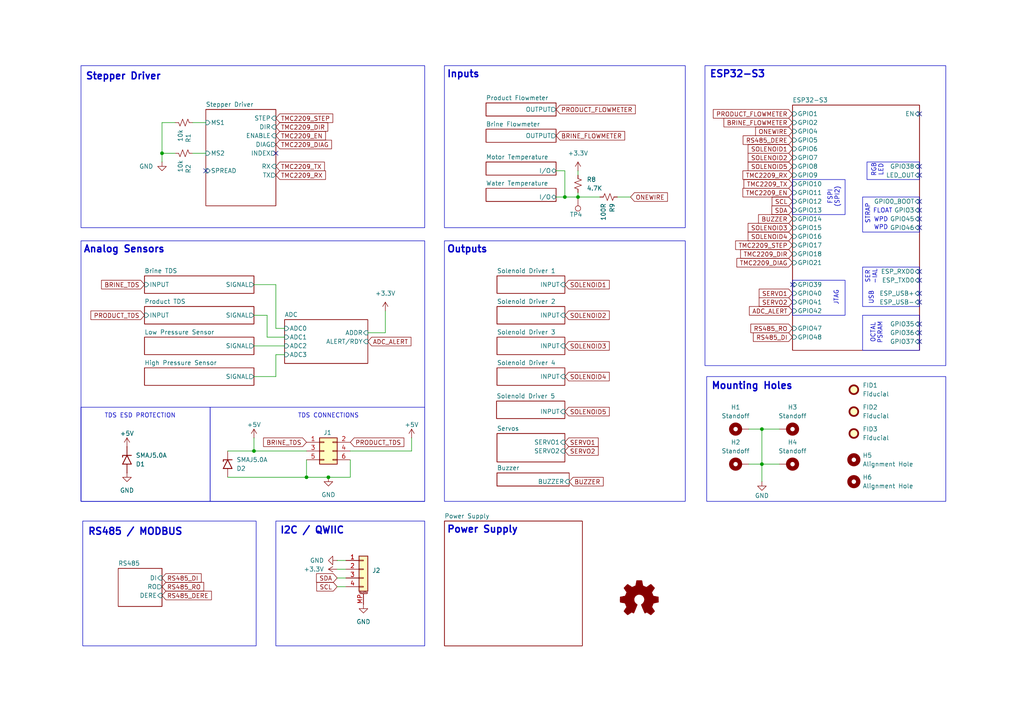
<source format=kicad_sch>
(kicad_sch (version 20250114) (generator "eeschema") (generator_version "9.0")
  (paper "A4")
  (title_block (title "https://github.com/hoeken/brineomatic") (date "2026-01-06") (rev "D"))
  (lib_symbols
    (symbol "Connector:TestPoint" (pin_numbers (hide yes)) (pin_names (offset 0.762) (hide yes))
      (property "Reference" "TP" (at 0 6.858 0))
      (property "Value" "TestPoint" (at 0 5.08 0))
      (symbol "TestPoint_0_1"
        (circle (center 0 3.302) (radius 0.762))
      )
      (symbol "TestPoint_1_1"
        (pin passive line (at 0 0 90) (length 2.54) (name "1") (number "1"))
      )
    )
    (symbol "Connector_Generic:Conn_02x03_Odd_Even" (pin_names (offset 1.016) (hide yes))
      (property "Reference" "J" (at 1.27 5.08 0))
      (property "Value" "Conn_02x03_Odd_Even" (at 1.27 -5.08 0))
      (symbol "Conn_02x03_Odd_Even_1_1"
        (rectangle (start -1.27 3.81) (end 3.81 -3.81) (stroke (width 0.254)) (fill (type background)))
        (rectangle (start -1.27 2.667) (end 0 2.413) (stroke (width 0.1524)))
        (rectangle (start -1.27 0.127) (end 0 -0.127) (stroke (width 0.1524)))
        (rectangle (start -1.27 -2.413) (end 0 -2.667) (stroke (width 0.1524)))
        (rectangle (start 3.81 2.667) (end 2.54 2.413) (stroke (width 0.1524)))
        (rectangle (start 3.81 0.127) (end 2.54 -0.127) (stroke (width 0.1524)))
        (rectangle (start 3.81 -2.413) (end 2.54 -2.667) (stroke (width 0.1524)))
        (pin passive line (at -5.08 2.54 0) (length 3.81) (name "Pin_1") (number "1"))
        (pin passive line (at -5.08 0 0) (length 3.81) (name "Pin_3") (number "3"))
        (pin passive line (at -5.08 -2.54 0) (length 3.81) (name "Pin_5") (number "5"))
        (pin passive line (at 7.62 2.54 180) (length 3.81) (name "Pin_2") (number "2"))
        (pin passive line (at 7.62 0 180) (length 3.81) (name "Pin_4") (number "4"))
        (pin passive line (at 7.62 -2.54 180) (length 3.81) (name "Pin_6") (number "6"))
      )
    )
    (symbol "Connector_Generic_MountingPin:Conn_01x04_MountingPin" (pin_names (offset 1.016) (hide yes))
      (property "Reference" "J" (at 0 5.08 0))
      (property "Value" "Conn_01x04_MountingPin" (at 1.27 -7.62 0))
      (symbol "Conn_01x04_MountingPin_1_1"
        (rectangle (start -1.27 3.81) (end 1.27 -6.35) (stroke (width 0.254)) (fill (type background)))
        (rectangle (start -1.27 2.667) (end 0 2.413) (stroke (width 0.1524)))
        (rectangle (start -1.27 0.127) (end 0 -0.127) (stroke (width 0.1524)))
        (rectangle (start -1.27 -2.413) (end 0 -2.667) (stroke (width 0.1524)))
        (rectangle (start -1.27 -4.953) (end 0 -5.207) (stroke (width 0.1524)))
        (polyline (pts (xy -1.016 -7.112) (xy 1.016 -7.112)) (stroke (width 0.1524)))
        (text "Mounting" (at 0 -6.731 0) (effects (font (size 0.381 0.381))))
        (pin passive line (at -5.08 2.54 0) (length 3.81) (name "Pin_1") (number "1"))
        (pin passive line (at -5.08 0 0) (length 3.81) (name "Pin_2") (number "2"))
        (pin passive line (at -5.08 -2.54 0) (length 3.81) (name "Pin_3") (number "3"))
        (pin passive line (at -5.08 -5.08 0) (length 3.81) (name "Pin_4") (number "4"))
        (pin passive line (at 0 -10.16 90) (length 3.048) (name "MountPin") (number "MP"))
      )
    )
    (symbol "Device:R_Small_US" (pin_numbers (hide yes)) (pin_names (offset 0.254) (hide yes))
      (property "Reference" "R" (at 0.762 0.508 0))
      (property "Value" "R_Small_US" (at 0.762 -1.016 0))
      (symbol "R_Small_US_1_1"
        (polyline (pts (xy 0 1.524) (xy 1.016 1.143) (xy 0 0.762) (xy -1.016 0.381) (xy 0 0)))
        (polyline (pts (xy 0 0) (xy 1.016 -0.381) (xy 0 -0.762) (xy -1.016 -1.143) (xy 0 -1.524)))
        (pin passive line (at 0 2.54 270) (length 1.016) (name "~") (number "1"))
        (pin passive line (at 0 -2.54 90) (length 1.016) (name "~") (number "2"))
      )
    )
    (symbol "Diode:SMAJ5.0A" (pin_numbers (hide yes)) (pin_names (offset 1.016) (hide yes))
      (property "Reference" "D" (at 0 2.54 0))
      (property "Value" "SMAJ5.0A" (at 0 -2.54 0))
      (symbol "SMAJ5.0A_0_1"
        (polyline (pts (xy -0.762 1.27) (xy -1.27 1.27) (xy -1.27 -1.27)) (stroke (width 0.254)))
        (polyline (pts (xy 1.27 1.27) (xy 1.27 -1.27) (xy -1.27 0) (xy 1.27 1.27)) (stroke (width 0.254)))
      )
      (symbol "SMAJ5.0A_1_1"
        (pin passive line (at -3.81 0 0) (length 2.54) (name "A1") (number "1"))
        (pin passive line (at 3.81 0 180) (length 2.54) (name "A2") (number "2"))
      )
    )
    (symbol "Graphic:Logo_Open_Hardware_Small" (in_bom no) (on_board no)
      (symbol "Logo_Open_Hardware_Small_0_1"
        (polyline (pts (xy 3.3528 -4.3434) (xy 3.302 -4.318) (xy 3.175 -4.2418) (xy 2.9972 -4.1148) (xy 2.7686 -3.9624) (xy 2.54 -3.81) (xy 2.3622 -3.7084) (xy 2.2352 -3.6068) (xy 2.1844 -3.5814) (xy 2.159 -3.6068) (xy 2.0574 -3.6576) (xy 1.905 -3.7338) (xy 1.8034 -3.7846) (xy 1.6764 -3.8354) (xy 1.6002 -3.8354) (xy 1.6002 -3.8354) (xy 1.5494 -3.7338) (xy 1.4732 -3.5306) (xy 1.3462 -3.302) (xy 1.2446 -3.0226) (xy 1.1176 -2.7178) (xy 0.9652 -2.413) (xy 0.8636 -2.1082) (xy 0.7366 -1.8288) (xy 0.6604 -1.6256) (xy 0.6096 -1.4732) (xy 0.5842 -1.397) (xy 0.5842 -1.397) (xy 0.6604 -1.3208) (xy 0.7874 -1.2446) (xy 1.0414 -1.016) (xy 1.2954 -0.6858) (xy 1.4478 -0.3302) (xy 1.524 0.0762) (xy 1.4732 0.4572) (xy 1.3208 0.8128) (xy 1.0668 1.143) (xy 0.762 1.3716) (xy 0.4064 1.524) (xy 0 1.5748) (xy -0.381 1.5494) (xy -0.7366 1.397) (xy -1.0668 1.143) (xy -1.2192 0.9906) (xy -1.397 0.6604) (xy -1.524 0.3048) (xy -1.524 0.2286) (xy -1.4986 -0.1778) (xy -1.397 -0.5334) (xy -1.1938 -0.8636) (xy -0.9144 -1.143) (xy -0.8636 -1.1684) (xy -0.7366 -1.27) (xy -0.635 -1.3462) (xy -0.5842 -1.397) (xy -1.0668 -2.5908) (xy -1.143 -2.794) (xy -1.2954 -3.1242) (xy -1.397 -3.4036) (xy -1.4986 -3.6322) (xy -1.5748 -3.7846) (xy -1.6002 -3.8354) (xy -1.6002 -3.8354) (xy -1.651 -3.8354) (xy -1.7272 -3.81) (xy -1.905 -3.7338) (xy -2.0066 -3.683) (xy -2.1336 -3.6068) (xy -2.2098 -3.5814) (xy -2.2606 -3.6068) (xy -2.3622 -3.683) (xy -2.54 -3.81) (xy -2.7686 -3.9624) (xy -2.9718 -4.0894) (xy -3.1496 -4.2164) (xy -3.302 -4.318) (xy -3.3528 -4.3434) (xy -3.3782 -4.3434) (xy -3.429 -4.318) (xy -3.5306 -4.2164) (xy -3.7084 -4.064) (xy -3.937 -3.8354) (xy -3.9624 -3.81) (xy -4.1656 -3.6068) (xy -4.318 -3.4544) (xy -4.4196 -3.3274) (xy -4.445 -3.2766) (xy -4.445 -3.2766) (xy -4.4196 -3.2258) (xy -4.318 -3.0734) (xy -4.2164 -2.8956) (xy -4.064 -2.667) (xy -3.6576 -2.0828) (xy -3.8862 -1.5494) (xy -3.937 -1.3716) (xy -4.0386 -1.1684) (xy -4.0894 -1.0414) (xy -4.1148 -0.9652) (xy -4.191 -0.9398) (xy -4.318 -0.9144) (xy -4.5466 -0.8636) (xy -4.8006 -0.8128) (xy -5.0546 -0.7874) (xy -5.2578 -0.7366) (xy -5.4356 -0.7112) (xy -5.5118 -0.6858) (xy -5.5118 -0.6858) (xy -5.5372 -0.635) (xy -5.5372 -0.5588) (xy -5.5372 -0.4318) (xy -5.5626 -0.2286) (xy -5.5626 0.0762) (xy -5.5626 0.127) (xy -5.5372 0.4064) (xy -5.5372 0.635) (xy -5.5372 0.762) (xy -5.5372 0.8382) (xy -5.5372 0.8382) (xy -5.461 0.8382) (xy -5.3086 0.889) (xy -5.08 0.9144) (xy -4.826 0.9652) (xy -4.8006 0.9906) (xy -4.5466 1.0414) (xy -4.318 1.0668) (xy -4.1656 1.1176) (xy -4.0894 1.143) (xy -4.0894 1.143) (xy -4.0386 1.2446) (xy -3.9624 1.4224) (xy -3.8608 1.6256) (xy -3.7846 1.8288) (xy -3.7084 2.0066) (xy -3.6576 2.159) (xy -3.6322 2.2098) (xy -3.6322 2.2098) (xy -3.683 2.286) (xy -3.7592 2.413) (xy -3.8862 2.5908) (xy -4.064 2.8194) (xy -4.064 2.8448) (xy -4.2164 3.0734) (xy -4.3434 3.2512) (xy -4.4196 3.3782) (xy -4.445 3.4544) (xy -4.445 3.4544) (xy -4.3942 3.5052) (xy -4.2926 3.6322) (xy -4.1148 3.81) (xy -3.937 4.0132) (xy -3.8608 4.064) (xy -3.6576 4.2926) (xy -3.5052 4.4196) (xy -3.4036 4.4958) (xy -3.3528 4.5212) (xy -3.3528 4.5212) (xy -3.302 4.4704) (xy -3.1496 4.3688) (xy -2.9718 4.2418) (xy -2.7432 4.0894) (xy -2.7178 4.0894) (xy -2.4892 3.937) (xy -2.3114 3.81) (xy -2.1844 3.7084) (xy -2.1336 3.683) (xy -2.1082 3.683) (xy -2.032 3.7084) (xy -1.8542 3.7592) (xy -1.6764 3.8354) (xy -1.4732 3.937) (xy -1.27 4.0132) (xy -1.143 4.064) (xy -1.0668 4.1148) (xy -1.0668 4.1148) (xy -1.0414 4.191) (xy -1.016 4.3434) (xy -0.9652 4.572) (xy -0.9144 4.8514) (xy -0.889 4.9022) (xy -0.8382 5.1562) (xy -0.8128 5.3848) (xy -0.7874 5.5372) (xy -0.762 5.588) (xy -0.7112 5.6134) (xy -0.5842 5.6134) (xy -0.4064 5.6134) (xy -0.1524 5.6134) (xy 0.0762 5.6134) (xy 0.3302 5.6134) (xy 0.5334 5.6134) (xy 0.6858 5.588) (xy 0.7366 5.588) (xy 0.7366 5.588) (xy 0.762 5.5118) (xy 0.8128 5.334) (xy 0.8382 5.1054) (xy 0.9144 4.826) (xy 0.9144 4.7752) (xy 0.9652 4.5212) (xy 1.016 4.2926) (xy 1.0414 4.1402) (xy 1.0668 4.0894) (xy 1.0668 4.0894) (xy 1.1938 4.0386) (xy 1.3716 3.9624) (xy 1.5748 3.8608) (xy 2.0828 3.6576) (xy 2.7178 4.0894) (xy 2.7686 4.1402) (xy 2.9972 4.2926) (xy 3.175 4.4196) (xy 3.302 4.4958) (xy 3.3782 4.5212) (xy 3.3782 4.5212) (xy 3.429 4.4704) (xy 3.556 4.3434) (xy 3.7338 4.191) (xy 3.9116 3.9878) (xy 4.064 3.8354) (xy 4.2418 3.6576) (xy 4.3434 3.556) (xy 4.4196 3.4798) (xy 4.4196 3.429) (xy 4.4196 3.4036) (xy 4.3942 3.3274) (xy 4.2926 3.2004) (xy 4.1656 2.9972) (xy 4.0132 2.794) (xy 3.8862 2.5908) (xy 3.7592 2.3876) (xy 3.6576 2.2352) (xy 3.6322 2.159) (xy 3.6322 2.1336) (xy 3.683 2.0066) (xy 3.7592 1.8288) (xy 3.8608 1.6002) (xy 4.064 1.1176) (xy 4.3942 1.0414) (xy 4.5974 1.016) (xy 4.8768 0.9652) (xy 5.1308 0.9144) (xy 5.5372 0.8382) (xy 5.5626 -0.6604) (xy 5.4864 -0.6858) (xy 5.4356 -0.6858) (xy 5.2832 -0.7366) (xy 5.0546 -0.762) (xy 4.8006 -0.8128) (xy 4.5974 -0.8636) (xy 4.3688 -0.9144) (xy 4.2164 -0.9398) (xy 4.1402 -0.9398) (xy 4.1148 -0.9652) (xy 4.064 -1.0668) (xy 3.9878 -1.2446) (xy 3.9116 -1.4478) (xy 3.81 -1.651) (xy 3.7338 -1.8542) (xy 3.683 -2.0066) (xy 3.6576 -2.0828) (xy 3.683 -2.1336) (xy 3.7846 -2.2606) (xy 3.8862 -2.4638) (xy 4.0386 -2.667) (xy 4.191 -2.8956) (xy 4.318 -3.0734) (xy 4.3942 -3.2004) (xy 4.445 -3.2766) (xy 4.4196 -3.3274) (xy 4.3434 -3.429) (xy 4.1656 -3.5814) (xy 3.937 -3.8354) (xy 3.8862 -3.8608) (xy 3.683 -4.064) (xy 3.5306 -4.2164) (xy 3.4036 -4.318) (xy 3.3528 -4.3434)) (fill (type outline)))
      )
    )
    (symbol "Mechanical:Fiducial" (in_bom no)
      (property "Reference" "FID" (at 0 5.08 0))
      (property "Value" "Fiducial" (at 0 3.175 0))
      (symbol "Fiducial_0_1"
        (circle (center 0 0) (radius 1.27) (stroke (width 0.508)) (fill (type background)))
      )
    )
    (symbol "Mechanical:MountingHole" (pin_names (offset 1.016)) (in_bom no)
      (property "Reference" "H" (at 0 5.08 0))
      (property "Value" "MountingHole" (at 0 3.175 0))
      (symbol "MountingHole_0_1"
        (circle (center 0 0) (radius 1.27) (stroke (width 1.27)))
      )
    )
    (symbol "Mechanical:MountingHole_Pad" (pin_numbers (hide yes)) (pin_names (offset 1.016) (hide yes))
      (property "Reference" "H" (at 0 6.35 0))
      (property "Value" "MountingHole_Pad" (at 0 4.445 0))
      (symbol "MountingHole_Pad_0_1"
        (circle (center 0 1.27) (radius 1.27) (stroke (width 1.27)))
      )
      (symbol "MountingHole_Pad_1_1"
        (pin input line (at 0 -2.54 90) (length 2.54) (name "1") (number "1"))
      )
    )
    (symbol "power:+3.3V" (power) (pin_numbers (hide yes)) (pin_names (offset 0) (hide yes))
      (property "Value" "+3.3V" (at 0 3.556 0))
      (symbol "+3.3V_0_1"
        (polyline (pts (xy -0.762 1.27) (xy 0 2.54)))
        (polyline (pts (xy 0 2.54) (xy 0.762 1.27)))
        (polyline (pts (xy 0 0) (xy 0 2.54)))
      )
      (symbol "+3.3V_1_1"
        (pin power_in line (at 0 0 90) (length 0) (name "~") (number "1"))
      )
    )
    (symbol "power:+5V" (power) (pin_numbers (hide yes)) (pin_names (offset 0) (hide yes))
      (property "Value" "+5V" (at 0 3.556 0))
      (symbol "+5V_0_1"
        (polyline (pts (xy -0.762 1.27) (xy 0 2.54)))
        (polyline (pts (xy 0 2.54) (xy 0.762 1.27)))
        (polyline (pts (xy 0 0) (xy 0 2.54)))
      )
      (symbol "+5V_1_1"
        (pin power_in line (at 0 0 90) (length 0) (name "~") (number "1"))
      )
    )
    (symbol "power:GND" (power) (pin_numbers (hide yes)) (pin_names (offset 0) (hide yes))
      (property "Value" "GND" (at 0 -3.81 0))
      (symbol "GND_0_1"
        (polyline (pts (xy 0 0) (xy 0 -1.27) (xy 1.27 -1.27) (xy 0 -2.54) (xy -1.27 -1.27) (xy 0 -1.27)))
      )
      (symbol "GND_1_1"
        (pin power_in line (at 0 0 270) (length 0) (name "~") (number "1"))
      )
    )
  )
  (rectangle (start 128.905 69.85) (end 198.755 145.415))
  (rectangle (start 250.19 91.44) (end 266.7 101.6))
  (rectangle (start 229.87 81.28) (end 245.11 91.44))
  (rectangle (start 229.87 52.07) (end 245.11 62.23))
  (rectangle (start 80.01 151.13) (end 123.19 187.325))
  (rectangle (start 204.47 19.05) (end 274.32 106.045))
  (rectangle (start 204.978 109.22) (end 274.32 145.415))
  (rectangle (start 23.495 69.85) (end 123.19 145.415))
  (rectangle (start 24.003 151.13) (end 74.295 187.325))
  (rectangle (start 23.495 19.05) (end 123.19 66.04))
  (rectangle (start 250.19 77.47) (end 266.7 88.9))
  (rectangle (start 60.96 118.11) (end 123.19 145.415))
  (rectangle (start 250.19 57.15) (end 266.7 67.31))
  (rectangle (start 266.7 52.07) (end 251.46 46.99))
  (rectangle (start 128.905 19.05) (end 198.755 66.04))
  (rectangle (start 23.495 118.11) (end 60.96 145.415))
  (text "USB" (at 252.73 86.36 90) (effects (font (size 1.27 1.27))))
  (text "STRAP" (at 251.714 61.976 90) (effects (font (size 1.27 1.27))))
  (text "FSPI\n(SPI2)" (at 241.808 57.15 90) (effects (font (size 1.27 1.27))))
  (text "WPD" (at 255.524 63.754 0) (effects (font (size 1.27 1.27))))
  (text "RGB\nLED" (at 254.508 49.276 90) (effects (font (size 1.27 1.27))))
  (text "Inputs" (at 129.54 21.59 0) (effects (font (size 2 2) (thickness 0.4) (bold yes)) (justify left)))
  (text "Analog Sensors" (at 24.13 72.39 0) (effects (font (size 2 2) (thickness 0.4) (bold yes)) (justify left)))
  (text "ESP32-S3" (at 205.74 21.59 0) (effects (font (size 2 2) (thickness 0.4) (bold yes)) (justify left)))
  (text "Outputs" (at 129.54 72.39 0) (effects (font (size 2 2) (thickness 0.4) (bold yes)) (justify left)))
  (text "Power Supply" (at 129.54 153.67 0) (effects (font (size 2 2) (thickness 0.4) (bold yes)) (justify left)))
  (text "FLOAT" (at 256.032 61.214 0) (effects (font (size 1.27 1.27))))
  (text "OCTAL\nPSRAM" (at 254.254 96.52 90) (effects (font (size 1.27 1.27))))
  (text "RS485 / MODBUS" (at 25.4 154.305 0) (effects (font (size 2 2) (thickness 0.4) (bold yes)) (justify left)))
  (text "WPD" (at 255.524 66.04 0) (effects (font (size 1.27 1.27))))
  (text "Stepper Driver" (at 24.765 22.225 0) (effects (font (size 2 2) (thickness 0.4) (bold yes)) (justify left)))
  (text "I2C / QWIIC" (at 81.153 153.924 0) (effects (font (size 2 2) (thickness 0.4) (bold yes)) (justify left)))
  (text "TDS ESD PROTECTION" (at 40.64 120.65 0) (effects (font (size 1.27 1.27))))
  (text "TDS CONNECTIONS" (at 95.25 120.65 0) (effects (font (size 1.27 1.27))))
  (text "Mounting Holes" (at 206.248 112.014 0) (effects (font (size 2 2) (thickness 0.4) (bold yes)) (justify left)))
  (text "JTAG" (at 242.57 86.36 90) (effects (font (size 1.27 1.27))))
  (text "SER\n-IAL" (at 252.73 80.264 90) (effects (font (size 1.27 1.27))))
  (junction (at 220.98 134.62))
  (junction (at 220.98 124.46))
  (junction (at 73.66 130.81))
  (junction (at 46.99 44.45))
  (junction (at 88.9 138.43))
  (junction (at 167.64 57.15))
  (junction (at 163.83 57.15))
  (junction (at 95.25 138.43))
  (no_connect (at 266.7 81.28))
  (no_connect (at 266.7 99.06))
  (no_connect (at 266.7 58.42))
  (no_connect (at 266.7 60.96))
  (no_connect (at 266.7 85.09))
  (no_connect (at 80.01 44.45))
  (no_connect (at 266.7 93.98))
  (no_connect (at 229.87 82.55))
  (no_connect (at 266.7 48.26))
  (no_connect (at 266.7 78.74))
  (no_connect (at 266.7 66.04))
  (no_connect (at 59.69 49.53))
  (no_connect (at 266.7 33.02))
  (no_connect (at 266.7 50.8))
  (no_connect (at 266.7 96.52))
  (no_connect (at 266.7 63.5))
  (no_connect (at 266.7 87.63))
  (wire (pts (xy 77.47 97.79) (xy 77.47 91.44)))
  (wire (pts (xy 88.9 138.43) (xy 95.25 138.43)))
  (wire (pts (xy 73.66 100.33) (xy 82.55 100.33)))
  (wire (pts (xy 46.99 44.45) (xy 50.8 44.45)))
  (wire (pts (xy 80.01 102.87) (xy 80.01 109.22)))
  (wire (pts (xy 97.79 167.64) (xy 100.33 167.64)))
  (wire (pts (xy 59.69 35.56) (xy 55.88 35.56)))
  (wire (pts (xy 80.01 95.25) (xy 80.01 82.55)))
  (wire (pts (xy 80.01 82.55) (xy 73.66 82.55)))
  (wire (pts (xy 66.04 130.81) (xy 73.66 130.81)))
  (wire (pts (xy 88.9 130.81) (xy 73.66 130.81)))
  (wire (pts (xy 167.64 50.8) (xy 167.64 49.53)))
  (wire (pts (xy 119.38 130.81) (xy 119.38 127)))
  (wire (pts (xy 217.17 134.62) (xy 220.98 134.62)))
  (wire (pts (xy 226.06 124.46) (xy 220.98 124.46)))
  (wire (pts (xy 226.06 134.62) (xy 220.98 134.62)))
  (wire (pts (xy 161.29 57.15) (xy 163.83 57.15)))
  (wire (pts (xy 163.83 49.53) (xy 163.83 57.15)))
  (wire (pts (xy 95.25 138.43) (xy 101.6 138.43)))
  (wire (pts (xy 100.33 165.1) (xy 97.79 165.1)))
  (wire (pts (xy 97.79 170.18) (xy 100.33 170.18)))
  (wire (pts (xy 59.69 44.45) (xy 55.88 44.45)))
  (wire (pts (xy 88.9 133.35) (xy 88.9 138.43)))
  (wire (pts (xy 111.76 96.52) (xy 111.76 90.17)))
  (wire (pts (xy 161.29 49.53) (xy 163.83 49.53)))
  (wire (pts (xy 46.99 46.99) (xy 46.99 44.45)))
  (wire (pts (xy 101.6 138.43) (xy 101.6 133.35)))
  (wire (pts (xy 101.6 130.81) (xy 119.38 130.81)))
  (wire (pts (xy 163.83 57.15) (xy 167.64 57.15)))
  (wire (pts (xy 82.55 95.25) (xy 80.01 95.25)))
  (wire (pts (xy 100.33 162.56) (xy 97.79 162.56)))
  (wire (pts (xy 179.07 57.15) (xy 182.88 57.15)))
  (wire (pts (xy 167.64 57.15) (xy 173.99 57.15)))
  (wire (pts (xy 77.47 91.44) (xy 73.66 91.44)))
  (wire (pts (xy 80.01 109.22) (xy 73.66 109.22)))
  (wire (pts (xy 106.68 96.52) (xy 111.76 96.52)))
  (wire (pts (xy 167.64 55.88) (xy 167.64 57.15)))
  (wire (pts (xy 73.66 127) (xy 73.66 130.81)))
  (wire (pts (xy 217.17 124.46) (xy 220.98 124.46)))
  (wire (pts (xy 80.01 102.87) (xy 82.55 102.87)))
  (wire (pts (xy 220.98 124.46) (xy 220.98 134.62)))
  (wire (pts (xy 220.98 134.62) (xy 220.98 139.7)))
  (wire (pts (xy 46.99 35.56) (xy 50.8 35.56)))
  (wire (pts (xy 77.47 97.79) (xy 82.55 97.79)))
  (wire (pts (xy 46.99 35.56) (xy 46.99 44.45)))
  (wire (pts (xy 66.04 138.43) (xy 88.9 138.43)))
  (global_label "RS485_DI" (shape input) (at 46.99 167.64 0) (property "Intersheetrefs" "${INTERSHEET_REFS}" (effects (hide yes))))
  (global_label "TMC2209_DIAG" (shape input) (at 229.87 76.2 180) (property "Intersheetrefs" "${INTERSHEET_REFS}" (effects (hide yes))))
  (global_label "RS485_DERE" (shape input) (at 229.87 40.64 180) (property "Intersheetrefs" "${INTERSHEET_REFS}" (effects (hide yes))))
  (global_label "SOLENOID3" (shape input) (at 229.87 66.04 180) (property "Intersheetrefs" "${INTERSHEET_REFS}" (effects (hide yes))))
  (global_label "BRINE_FLOWMETER" (shape input) (at 161.29 39.37 0) (property "Intersheetrefs" "${INTERSHEET_REFS}" (effects (hide yes))))
  (global_label "TMC2209_STEP" (shape input) (at 229.87 71.12 180) (property "Intersheetrefs" "${INTERSHEET_REFS}" (effects (hide yes))))
  (global_label "ADC_ALERT" (shape input) (at 229.87 90.17 180) (property "Intersheetrefs" "${INTERSHEET_REFS}" (effects (hide yes))))
  (global_label "BRINE_TDS" (shape input) (at 88.9 128.27 180) (property "Intersheetrefs" "${INTERSHEET_REFS}" (effects (hide yes))))
  (global_label "SDA" (shape input) (at 97.79 167.64 180) (property "Intersheetrefs" "${INTERSHEET_REFS}" (effects (hide yes))))
  (global_label "TMC2209_DIAG" (shape input) (at 80.01 41.91 0) (property "Intersheetrefs" "${INTERSHEET_REFS}" (effects (hide yes))))
  (global_label "TMC2209_RX" (shape input) (at 80.01 50.8 0) (property "Intersheetrefs" "${INTERSHEET_REFS}" (effects (hide yes))))
  (global_label "PRODUCT_FLOWMETER" (shape input) (at 161.29 31.75 0) (property "Intersheetrefs" "${INTERSHEET_REFS}" (effects (hide yes))))
  (global_label "ADC_ALERT" (shape input) (at 106.68 99.06 0) (property "Intersheetrefs" "${INTERSHEET_REFS}" (effects (hide yes))))
  (global_label "PRODUCT_FLOWMETER" (shape input) (at 229.87 33.02 180) (property "Intersheetrefs" "${INTERSHEET_REFS}" (effects (hide yes))))
  (global_label "SOLENOID2" (shape input) (at 163.83 91.44 0) (property "Intersheetrefs" "${INTERSHEET_REFS}" (effects (hide yes))))
  (global_label "SDA" (shape input) (at 229.87 60.96 180) (property "Intersheetrefs" "${INTERSHEET_REFS}" (effects (hide yes))))
  (global_label "TMC2209_EN" (shape input) (at 229.87 55.88 180) (property "Intersheetrefs" "${INTERSHEET_REFS}" (effects (hide yes))))
  (global_label "SOLENOID1" (shape input) (at 163.83 82.55 0) (property "Intersheetrefs" "${INTERSHEET_REFS}" (effects (hide yes))))
  (global_label "SOLENOID4" (shape input) (at 229.87 68.58 180) (property "Intersheetrefs" "${INTERSHEET_REFS}" (effects (hide yes))))
  (global_label "TMC2209_EN" (shape input) (at 80.01 39.37 0) (property "Intersheetrefs" "${INTERSHEET_REFS}" (effects (hide yes))))
  (global_label "BUZZER" (shape input) (at 165.1 139.7 0) (property "Intersheetrefs" "${INTERSHEET_REFS}" (effects (hide yes))))
  (global_label "SOLENOID1" (shape input) (at 229.87 43.18 180) (property "Intersheetrefs" "${INTERSHEET_REFS}" (effects (hide yes))))
  (global_label "SOLENOID4" (shape input) (at 163.83 109.22 0) (property "Intersheetrefs" "${INTERSHEET_REFS}" (effects (hide yes))))
  (global_label "SCL" (shape input) (at 229.87 58.42 180) (property "Intersheetrefs" "${INTERSHEET_REFS}" (effects (hide yes))))
  (global_label "RS485_RO" (shape input) (at 46.99 170.18 0) (property "Intersheetrefs" "${INTERSHEET_REFS}" (effects (hide yes))))
  (global_label "BUZZER" (shape input) (at 229.87 63.5 180) (property "Intersheetrefs" "${INTERSHEET_REFS}" (effects (hide yes))))
  (global_label "RS485_DI" (shape input) (at 229.87 97.79 180) (property "Intersheetrefs" "${INTERSHEET_REFS}" (effects (hide yes))))
  (global_label "SOLENOID5" (shape input) (at 163.83 119.38 0) (property "Intersheetrefs" "${INTERSHEET_REFS}" (effects (hide yes))))
  (global_label "SOLENOID3" (shape input) (at 163.83 100.33 0) (property "Intersheetrefs" "${INTERSHEET_REFS}" (effects (hide yes))))
  (global_label "SERVO2" (shape input) (at 229.87 87.63 180) (property "Intersheetrefs" "${INTERSHEET_REFS}" (effects (hide yes))))
  (global_label "ONEWIRE" (shape input) (at 229.87 38.1 180) (property "Intersheetrefs" "${INTERSHEET_REFS}" (effects (hide yes))))
  (global_label "TMC2209_RX" (shape input) (at 229.87 50.8 180) (property "Intersheetrefs" "${INTERSHEET_REFS}" (effects (hide yes))))
  (global_label "PRODUCT_TDS" (shape input) (at 101.6 128.27 0) (property "Intersheetrefs" "${INTERSHEET_REFS}" (effects (hide yes))))
  (global_label "SERVO1" (shape input) (at 163.83 128.27 0) (property "Intersheetrefs" "${INTERSHEET_REFS}" (effects (hide yes))))
  (global_label "BRINE_TDS" (shape input) (at 41.91 82.55 180) (property "Intersheetrefs" "${INTERSHEET_REFS}" (effects (hide yes))))
  (global_label "SOLENOID2" (shape input) (at 229.87 45.72 180) (property "Intersheetrefs" "${INTERSHEET_REFS}" (effects (hide yes))))
  (global_label "SCL" (shape input) (at 97.79 170.18 180) (property "Intersheetrefs" "${INTERSHEET_REFS}" (effects (hide yes))))
  (global_label "SERVO2" (shape input) (at 163.83 130.81 0) (property "Intersheetrefs" "${INTERSHEET_REFS}" (effects (hide yes))))
  (global_label "RS485_DERE" (shape input) (at 46.99 172.72 0) (property "Intersheetrefs" "${INTERSHEET_REFS}" (effects (hide yes))))
  (global_label "TMC2209_DIR" (shape input) (at 80.01 36.83 0) (property "Intersheetrefs" "${INTERSHEET_REFS}" (effects (hide yes))))
  (global_label "ONEWIRE" (shape input) (at 182.88 57.15 0) (property "Intersheetrefs" "${INTERSHEET_REFS}" (effects (hide yes))))
  (global_label "TMC2209_STEP" (shape input) (at 80.01 34.29 0) (property "Intersheetrefs" "${INTERSHEET_REFS}" (effects (hide yes))))
  (global_label "SOLENOID5" (shape input) (at 229.87 48.26 180) (property "Intersheetrefs" "${INTERSHEET_REFS}" (effects (hide yes))))
  (global_label "RS485_RO" (shape input) (at 229.87 95.25 180) (property "Intersheetrefs" "${INTERSHEET_REFS}" (effects (hide yes))))
  (global_label "BRINE_FLOWMETER" (shape input) (at 229.87 35.56 180) (property "Intersheetrefs" "${INTERSHEET_REFS}" (effects (hide yes))))
  (global_label "SERVO1" (shape input) (at 229.87 85.09 180) (property "Intersheetrefs" "${INTERSHEET_REFS}" (effects (hide yes))))
  (global_label "TMC2209_TX" (shape input) (at 229.87 53.34 180) (property "Intersheetrefs" "${INTERSHEET_REFS}" (effects (hide yes))))
  (global_label "TMC2209_TX" (shape input) (at 80.01 48.26 0) (property "Intersheetrefs" "${INTERSHEET_REFS}" (effects (hide yes))))
  (global_label "PRODUCT_TDS" (shape input) (at 41.91 91.44 180) (property "Intersheetrefs" "${INTERSHEET_REFS}" (effects (hide yes))))
  (global_label "TMC2209_DIR" (shape input) (at 229.87 73.66 180) (property "Intersheetrefs" "${INTERSHEET_REFS}" (effects (hide yes))))
  (symbol (lib_id "Mechanical:Fiducial") (at 247.65 125.73 0) (unit 1) (in_bom no)
    (property "Reference" "FID3" (at 250.19 124.4599 0) (effects (justify left)))
    (property "Value" "Fiducial" (at 250.19 126.9999 0) (effects (justify left)))
    (property "Footprint" "Fiducial:Fiducial_1mm_Mask2mm" (effects (hide yes)))
    (property "Description" "Fiducial Marker" (effects (hide yes)))
  )
  (symbol (lib_id "Device:R_Small_US") (at 176.53 57.15 90) (unit 1)
    (property "Reference" "R9" (at 177.546 58.928 0) (effects (justify right)))
    (property "Value" "100R" (at 175.006 58.928 0) (effects (justify right)))
    (property "Footprint" "Resistor_SMD:R_0603_1608Metric" (effects (hide yes)))
    (property "Description" "Resistor, small US symbol" (effects (hide yes)))
    (property "LCSC" "C22775" (effects (hide yes)))
  )
  (symbol (lib_id "Mechanical:Fiducial") (at 247.65 113.03 0) (unit 1) (in_bom no)
    (property "Reference" "FID1" (at 250.19 111.7599 0) (effects (justify left)))
    (property "Value" "Fiducial" (at 250.19 114.2999 0) (effects (justify left)))
    (property "Footprint" "Fiducial:Fiducial_1mm_Mask2mm" (effects (hide yes)))
    (property "Description" "Fiducial Marker" (effects (hide yes)))
  )
  (symbol (lib_id "power:+5V") (at 36.83 129.54 0) (unit 1)
    (property "Reference" "#PWR01" (effects (hide yes)))
    (property "Value" "+5V" (at 36.83 125.73 0))
    (property "Description" "Power symbol creates a global label with name \"+5V\"" (effects (hide yes)))
  )
  (symbol (lib_id "Graphic:Logo_Open_Hardware_Small") (at 185.42 173.99 0) (unit 1) (in_bom no)
    (property "Reference" "SYM1" (effects (hide yes)))
    (property "Value" "Logo_Open_Hardware_Small" (effects (hide yes)))
    (property "Footprint" "Symbol:OSHW-Logo_5.7x6mm_SilkScreen" (effects (hide yes)))
    (property "Description" "Open Hardware logo, small" (effects (hide yes)))
  )
  (symbol (lib_id "Device:R_Small_US") (at 53.34 35.56 270) (mirror x) (unit 1)
    (property "Reference" "R1" (at 54.61 41.402 0) (effects (justify left)))
    (property "Value" "10k" (at 52.324 41.148 0) (effects (justify left)))
    (property "Footprint" "Resistor_SMD:R_0603_1608Metric" (effects (hide yes)))
    (property "Description" "Resistor, small US symbol" (effects (hide yes)))
    (property "LCSC" "C25804" (effects (hide yes)))
  )
  (symbol (lib_id "Mechanical:MountingHole_Pad") (at 214.63 124.46 90) (unit 1)
    (property "Reference" "H1" (at 213.36 118.11 90))
    (property "Value" "Standoff" (at 213.36 120.65 90))
    (property "Footprint" "yarrboard:SMTSO30XXX" (effects (hide yes)))
    (property "LCSC" "C2916369" (effects (hide yes)))
  )
  (symbol (lib_id "Connector_Generic_MountingPin:Conn_01x04_MountingPin") (at 105.41 165.1 0) (unit 1)
    (property "Reference" "J2" (at 107.95 165.4555 0) (effects (justify left)))
    (property "Value" "Conn_01x04_MountingPin" (effects (hide yes)))
    (property "Footprint" "yarrboard:JST_SH_BM04B-SRSS-TB_1x04-1MP_P1.00mm_Vertical" (effects (hide yes)))
    (property "Description" "Generic connectable mounting pin connector, single row, 01x04, script generated (kicad-library-utils/schlib/autogen/connector/)" (effects (hide yes)))
    (property "LCSC" "C160390" (effects (hide yes)))
  )
  (symbol (lib_id "power:+3.3V") (at 97.79 165.1 90) (unit 1)
    (property "Reference" "#PWR07" (effects (hide yes)))
    (property "Value" "+3.3V" (at 93.98 165.0999 90) (effects (justify left)))
    (property "Description" "Power symbol creates a global label with name \"+3.3V\"" (effects (hide yes)))
  )
  (symbol (lib_id "power:+5V") (at 119.38 127 0) (unit 1)
    (property "Reference" "#PWR010" (effects (hide yes)))
    (property "Value" "+5V" (at 119.38 123.19 0))
    (property "Description" "Power symbol creates a global label with name \"+5V\"" (effects (hide yes)))
  )
  (symbol (lib_id "Connector:TestPoint") (at 167.64 57.15 180) (unit 1) (in_bom no)
    (property "Reference" "TP4" (at 168.91 62.23 0) (effects (justify left)))
    (property "Value" "TestPoint" (effects (hide yes)))
    (property "Footprint" "TestPoint:TestPoint_Pad_D1.5mm" (effects (hide yes)))
    (property "Description" "test point" (effects (hide yes)))
  )
  (symbol (lib_id "power:+3.3V") (at 167.64 49.53 0) (mirror y) (unit 1)
    (property "Reference" "#PWR075" (effects (hide yes)))
    (property "Value" "+3.3V" (at 167.64 44.45 0))
    (property "Description" "Power symbol creates a global label with name \"+3.3V\"" (effects (hide yes)))
  )
  (symbol (lib_id "power:GND") (at 46.99 46.99 0) (mirror y) (unit 1)
    (property "Reference" "#PWR03" (effects (hide yes)))
    (property "Value" "GND" (at 44.45 48.2599 0) (effects (justify left)))
    (property "Description" "Power symbol creates a global label with name \"GND\" , ground" (effects (hide yes)))
  )
  (symbol (lib_id "Diode:SMAJ5.0A") (at 66.04 134.62 90) (mirror x) (unit 1)
    (property "Reference" "D2" (at 68.58 135.89 90) (effects (justify right)))
    (property "Value" "SMAJ5.0A" (at 68.58 133.35 90) (effects (justify right)))
    (property "Footprint" "Diode_SMD:D_SMA" (effects (hide yes)))
    (property "Datasheet" "https://www.littelfuse.com/media?resourcetype=datasheets&itemid=75e32973-b177-4ee3-a0ff-cedaf1abdb93&filename=smaj-datasheet" (effects (hide yes)))
    (property "Description" "400W unidirectional Transient Voltage Suppressor, 5.0Vr, SMA(DO-214AC)" (effects (hide yes)))
    (property "LCSC" "C87074" (effects (hide yes)))
  )
  (symbol (lib_id "Device:R_Small_US") (at 167.64 53.34 180) (unit 1)
    (property "Reference" "R8" (at 170.18 52.0699 0) (effects (justify right)))
    (property "Value" "4.7K" (at 170.18 54.6099 0) (effects (justify right)))
    (property "Footprint" "Resistor_SMD:R_0603_1608Metric" (effects (hide yes)))
    (property "Description" "Resistor, small US symbol" (effects (hide yes)))
    (property "LCSC" " C23162" (effects (hide yes)))
  )
  (symbol (lib_id "Mechanical:MountingHole_Pad") (at 228.6 124.46 270) (mirror x) (unit 1)
    (property "Reference" "H3" (at 229.87 118.11 90))
    (property "Value" "Standoff" (at 229.87 120.65 90))
    (property "Footprint" "yarrboard:SMTSO30XXX" (effects (hide yes)))
    (property "LCSC" "C2916369" (effects (hide yes)))
  )
  (symbol (lib_id "power:GND") (at 95.25 138.43 0) (mirror y) (unit 1)
    (property "Reference" "#PWR05" (effects (hide yes)))
    (property "Value" "GND" (at 95.25 143.51 0))
    (property "Description" "Power symbol creates a global label with name \"GND\" , ground" (effects (hide yes)))
  )
  (symbol (lib_id "Mechanical:MountingHole_Pad") (at 214.63 134.62 90) (unit 1)
    (property "Reference" "H2" (at 213.36 128.27 90))
    (property "Value" "Standoff" (at 213.36 130.81 90))
    (property "Footprint" "yarrboard:SMTSO30XXX" (effects (hide yes)))
    (property "LCSC" "C2916369" (effects (hide yes)))
  )
  (symbol (lib_id "Mechanical:MountingHole") (at 247.65 133.35 0) (unit 1) (in_bom no)
    (property "Reference" "H5" (at 250.19 132.0799 0) (effects (justify left)))
    (property "Value" "Alignment Hole" (at 250.19 134.6199 0) (effects (justify left)))
    (property "Footprint" "MountingHole:MountingHole_2.2mm_M2" (effects (hide yes)))
    (property "Description" "Mounting Hole without connection" (effects (hide yes)))
  )
  (symbol (lib_id "power:GND") (at 220.98 139.7 0) (unit 1)
    (property "Reference" "#PWR011" (effects (hide yes)))
    (property "Value" "GND" (at 220.98 143.764 0))
    (property "Description" "Power symbol creates a global label with name \"GND\" , ground" (effects (hide yes)))
  )
  (symbol (lib_id "power:GND") (at 105.41 175.26 0) (unit 1)
    (property "Reference" "#PWR08" (effects (hide yes)))
    (property "Value" "GND" (at 105.41 180.34 0))
    (property "Description" "Power symbol creates a global label with name \"GND\" , ground" (effects (hide yes)))
  )
  (symbol (lib_id "Mechanical:MountingHole") (at 247.65 139.7 0) (unit 1) (in_bom no)
    (property "Reference" "H6" (at 250.19 138.4299 0) (effects (justify left)))
    (property "Value" "Alignment Hole" (at 250.19 140.9699 0) (effects (justify left)))
    (property "Footprint" "MountingHole:MountingHole_2.2mm_M2" (effects (hide yes)))
    (property "Description" "Mounting Hole without connection" (effects (hide yes)))
  )
  (symbol (lib_id "Connector_Generic:Conn_02x03_Odd_Even") (at 93.98 130.81 0) (unit 1)
    (property "Reference" "J1" (at 94.996 125.476 0))
    (property "Footprint" "Connector_PinHeader_2.54mm:PinHeader_2x03_P2.54mm_Horizontal" (effects (hide yes)))
    (property "Description" "Generic connector, double row, 02x03, odd/even pin numbering scheme (row 1 odd numbers, row 2 even numbers), script generated (kicad-library-utils/schlib/autogen/connector/)" (effects (hide yes)))
    (property "LCSC" "C239334" (effects (hide yes)))
    (property "Rotation Offset" "270" (effects (hide yes)))
  )
  (symbol (lib_id "Mechanical:Fiducial") (at 247.65 119.38 0) (unit 1) (in_bom no)
    (property "Reference" "FID2" (at 250.19 118.1099 0) (effects (justify left)))
    (property "Value" "Fiducial" (at 250.19 120.6499 0) (effects (justify left)))
    (property "Footprint" "Fiducial:Fiducial_1mm_Mask2mm" (effects (hide yes)))
    (property "Description" "Fiducial Marker" (effects (hide yes)))
  )
  (symbol (lib_id "power:+3.3V") (at 111.76 90.17 0) (mirror y) (unit 1)
    (property "Reference" "#PWR09" (effects (hide yes)))
    (property "Value" "+3.3V" (at 111.76 85.09 0))
    (property "Description" "Power symbol creates a global label with name \"+3.3V\"" (effects (hide yes)))
  )
  (symbol (lib_id "power:GND") (at 97.79 162.56 270) (unit 1)
    (property "Reference" "#PWR06" (effects (hide yes)))
    (property "Value" "GND" (at 93.98 162.5599 90) (effects (justify right)))
    (property "Description" "Power symbol creates a global label with name \"GND\" , ground" (effects (hide yes)))
  )
  (symbol (lib_id "power:GND") (at 36.83 137.16 0) (mirror y) (unit 1)
    (property "Reference" "#PWR02" (effects (hide yes)))
    (property "Value" "GND" (at 36.83 142.24 0))
    (property "Description" "Power symbol creates a global label with name \"GND\" , ground" (effects (hide yes)))
  )
  (symbol (lib_id "Mechanical:MountingHole_Pad") (at 228.6 134.62 270) (mirror x) (unit 1)
    (property "Reference" "H4" (at 229.87 128.27 90))
    (property "Value" "Standoff" (at 229.87 130.81 90))
    (property "Footprint" "yarrboard:SMTSO30XXX" (effects (hide yes)))
    (property "LCSC" "C2916369" (effects (hide yes)))
  )
  (symbol (lib_id "Diode:SMAJ5.0A") (at 36.83 133.35 90) (mirror x) (unit 1)
    (property "Reference" "D1" (at 39.37 134.62 90) (effects (justify right)))
    (property "Value" "SMAJ5.0A" (at 39.37 132.08 90) (effects (justify right)))
    (property "Footprint" "Diode_SMD:D_SMA" (effects (hide yes)))
    (property "Datasheet" "https://www.littelfuse.com/media?resourcetype=datasheets&itemid=75e32973-b177-4ee3-a0ff-cedaf1abdb93&filename=smaj-datasheet" (effects (hide yes)))
    (property "Description" "400W unidirectional Transient Voltage Suppressor, 5.0Vr, SMA(DO-214AC)" (effects (hide yes)))
    (property "LCSC" "C87074" (effects (hide yes)))
  )
  (symbol (lib_id "power:+5V") (at 73.66 127 0) (unit 1)
    (property "Reference" "#PWR04" (effects (hide yes)))
    (property "Value" "+5V" (at 73.66 123.19 0))
    (property "Description" "Power symbol creates a global label with name \"+5V\"" (effects (hide yes)))
  )
  (symbol (lib_id "Device:R_Small_US") (at 53.34 44.45 270) (mirror x) (unit 1)
    (property "Reference" "R2" (at 54.61 50.292 0) (effects (justify left)))
    (property "Value" "10k" (at 52.324 50.038 0) (effects (justify left)))
    (property "Footprint" "Resistor_SMD:R_0603_1608Metric" (effects (hide yes)))
    (property "Description" "Resistor, small US symbol" (effects (hide yes)))
    (property "LCSC" "C25804" (effects (hide yes)))
  )
  (sheet (at 144.145 125.73) (size 19.685 8.255) (stroke (width 0.1524))
    (property "Sheetname" "Servos" (at 144.145 125.0184 0) (effects (justify left bottom)))
    (property "Sheetfile" "servo.kicad_sch" (effects (hide yes)))
    (pin "SERVO1" input (at 163.83 128.27 0))
    (pin "SERVO2" input (at 163.83 130.81 0))
  )
  (sheet (at 59.69 31.75) (size 20.32 27.94) (stroke (width 0.1524))
    (property "Sheetname" "Stepper Driver" (at 59.69 31.0384 0) (effects (justify left bottom)))
    (property "Sheetfile" "tmc2209.kicad_sch" (effects (hide yes)))
    (pin "DIR" input (at 80.01 36.83 0))
    (pin "RX" input (at 80.01 48.26 0))
    (pin "STEP" input (at 80.01 34.29 0))
    (pin "TX" output (at 80.01 50.8 0))
    (pin "MS1" input (at 59.69 35.56 180))
    (pin "MS2" input (at 59.69 44.45 180))
    (pin "DIAG" output (at 80.01 41.91 0))
    (pin "ENABLE" input (at 80.01 39.37 0))
    (pin "INDEX" output (at 80.01 44.45 0))
    (pin "SPREAD" input (at 59.69 49.53 180))
  )
  (sheet (at 144.145 97.79) (size 19.685 5.08) (stroke (width 0.1524))
    (property "Sheetname" "Solenoid Driver 3" (at 144.145 97.0784 0) (effects (justify left bottom)))
    (property "Sheetfile" "solenoid_driver.kicad_sch" (effects (hide yes)))
    (pin "INPUT" input (at 163.83 100.33 0))
  )
  (sheet (at 41.91 88.9) (size 31.75 5.08) (stroke (width 0.1524))
    (property "Sheetname" "Product TDS" (at 41.91 88.1884 0) (effects (justify left bottom)))
    (property "Sheetfile" "tds.kicad_sch" (effects (hide yes)))
    (pin "SIGNAL" output (at 73.66 91.44 0))
    (pin "INPUT" input (at 41.91 91.44 180))
  )
  (sheet (at 144.018 116.332) (size 19.812 5.08) (stroke (width 0.1524))
    (property "Sheetname" "Solenoid Driver 5" (at 144.018 115.6204 0) (effects (justify left bottom)))
    (property "Sheetfile" "solenoid_driver.kicad_sch" (effects (hide yes)))
    (pin "INPUT" input (at 163.83 119.38 0))
  )
  (sheet (at 229.87 30.48) (size 36.83 71.12) (stroke (width 0.1524))
    (property "Sheetname" "ESP32-S3" (at 229.87 29.7684 0) (effects (justify left bottom)))
    (property "Sheetfile" "esp32-s3.kicad_sch" (effects (hide yes)))
    (pin "GPIO1" input (at 229.87 33.02 180))
    (pin "GPIO2" input (at 229.87 35.56 180))
    (pin "GPIO3" input (at 266.7 60.96 0))
    (pin "GPIO4" input (at 229.87 38.1 180))
    (pin "GPIO5" input (at 229.87 40.64 180))
    (pin "GPIO6" input (at 229.87 43.18 180))
    (pin "GPIO7" input (at 229.87 45.72 180))
    (pin "GPIO8" input (at 229.87 48.26 180))
    (pin "GPIO9" input (at 229.87 50.8 180))
    (pin "GPIO10" input (at 229.87 53.34 180))
    (pin "GPIO11" input (at 229.87 55.88 180))
    (pin "GPIO12" input (at 229.87 58.42 180))
    (pin "GPIO13" input (at 229.87 60.96 180))
    (pin "GPIO14" input (at 229.87 63.5 180))
    (pin "GPIO17" input (at 229.87 71.12 180))
    (pin "GPIO18" input (at 229.87 73.66 180))
    (pin "GPIO21" input (at 229.87 76.2 180))
    (pin "GPIO35" input (at 266.7 93.98 0))
    (pin "GPIO36" input (at 266.7 96.52 0))
    (pin "GPIO37" input (at 266.7 99.06 0))
    (pin "GPIO39" input (at 229.87 82.55 180))
    (pin "GPIO40" input (at 229.87 85.09 180))
    (pin "GPIO41" input (at 229.87 87.63 180))
    (pin "GPIO42" input (at 229.87 90.17 180))
    (pin "GPIO45" input (at 266.7 63.5 0))
    (pin "GPIO46" input (at 266.7 66.04 0))
    (pin "GPIO47" input (at 229.87 95.25 180))
    (pin "GPIO48" input (at 229.87 97.79 180))
    (pin "ESP_RXD0" input (at 266.7 78.74 0))
    (pin "ESP_TXD0" input (at 266.7 81.28 0))
    (pin "ESP_USB+" input (at 266.7 85.09 0))
    (pin "ESP_USB-" input (at 266.7 87.63 0))
    (pin "GPIO0_BOOT" input (at 266.7 58.42 0))
    (pin "GPIO15" input (at 229.87 66.04 180))
    (pin "GPIO16" input (at 229.87 68.58 180))
    (pin "LED_OUT" input (at 266.7 50.8 0))
    (pin "GPIO38" input (at 266.7 48.26 0))
    (pin "EN" input (at 266.7 33.02 0))
  )
  (sheet (at 82.55 92.71) (size 24.13 12.7) (stroke (width 0.1524))
    (property "Sheetname" "ADC" (at 82.55 91.9984 0) (effects (justify left bottom)))
    (property "Sheetfile" "1115_adc.kicad_sch" (effects (hide yes)))
    (pin "ADC0" input (at 82.55 95.25 180))
    (pin "ADC2" input (at 82.55 100.33 180))
    (pin "ADC1" input (at 82.55 97.79 180))
    (pin "ADC3" input (at 82.55 102.87 180))
    (pin "ADDR" input (at 106.68 96.52 0))
    (pin "ALERT{slash}RDY" input (at 106.68 99.06 0))
  )
  (sheet (at 128.905 151.13) (size 40.005 36.195) (stroke (width 0.1524))
    (property "Sheetname" "Power Supply" (at 128.905 150.4184 0) (effects (justify left bottom)))
    (property "Sheetfile" "power_supply.kicad_sch" (effects (hide yes)))
  )
  (sheet (at 140.97 46.99) (size 20.32 3.81) (stroke (width 0.1524))
    (property "Sheetname" "Motor Temperature" (at 140.97 46.2784 0) (effects (justify left bottom)))
    (property "Sheetfile" "DS18B20.kicad_sch" (effects (hide yes)))
    (pin "I{slash}O" bidirectional (at 161.29 49.53 0))
  )
  (sheet (at 144.145 80.01) (size 19.685 5.08) (stroke (width 0.1524))
    (property "Sheetname" "Solenoid Driver 1" (at 144.145 79.2984 0) (effects (justify left bottom)))
    (property "Sheetfile" "solenoid_driver.kicad_sch" (effects (hide yes)))
    (pin "INPUT" input (at 163.83 82.55 0))
  )
  (sheet (at 140.97 29.845) (size 20.32 3.81) (stroke (width 0.1524))
    (property "Sheetname" "Product Flowmeter" (at 140.97 29.1334 0) (effects (justify left bottom)))
    (property "Sheetfile" "pulse_counter.kicad_sch" (effects (hide yes)))
    (pin "OUTPUT" output (at 161.29 31.75 0))
  )
  (sheet (at 41.91 80.01) (size 31.75 5.08) (stroke (width 0.1524))
    (property "Sheetname" "Brine TDS" (at 41.91 79.2984 0) (effects (justify left bottom)))
    (property "Sheetfile" "tds.kicad_sch" (effects (hide yes)))
    (pin "SIGNAL" output (at 73.66 82.55 0))
    (pin "INPUT" input (at 41.91 82.55 180))
  )
  (sheet (at 140.97 37.465) (size 20.32 3.81) (stroke (width 0.1524))
    (property "Sheetname" "Brine Flowmeter" (at 140.97 36.7534 0) (effects (justify left bottom)))
    (property "Sheetfile" "pulse_counter.kicad_sch" (effects (hide yes)))
    (pin "OUTPUT" output (at 161.29 39.37 0))
  )
  (sheet (at 144.145 88.9) (size 19.685 5.08) (stroke (width 0.1524))
    (property "Sheetname" "Solenoid Driver 2" (at 144.145 88.1884 0) (effects (justify left bottom)))
    (property "Sheetfile" "solenoid_driver.kicad_sch" (effects (hide yes)))
    (pin "INPUT" input (at 163.83 91.44 0))
  )
  (sheet (at 41.91 97.79) (size 31.75 5.08) (stroke (width 0.1524))
    (property "Sheetname" "Low Pressure Sensor" (at 41.91 97.0784 0) (effects (justify left bottom)))
    (property "Sheetfile" "pressure_sensor.kicad_sch" (effects (hide yes)))
    (pin "SIGNAL" output (at 73.66 100.33 0))
  )
  (sheet (at 144.145 137.16) (size 20.955 3.81) (stroke (width 0.1524))
    (property "Sheetname" "Buzzer" (at 144.145 136.4484 0) (effects (justify left bottom)))
    (property "Sheetfile" "piezo.kicad_sch" (effects (hide yes)))
    (pin "BUZZER" input (at 165.1 139.7 0))
  )
  (sheet (at 144.145 106.68) (size 19.685 5.08) (stroke (width 0.1524))
    (property "Sheetname" "Solenoid Driver 4" (at 144.145 105.9684 0) (effects (justify left bottom)))
    (property "Sheetfile" "solenoid_driver.kicad_sch" (effects (hide yes)))
    (pin "INPUT" input (at 163.83 109.22 0))
  )
  (sheet (at 140.97 54.61) (size 20.32 3.81) (stroke (width 0.1524))
    (property "Sheetname" "Water Temperature" (at 140.97 53.8984 0) (effects (justify left bottom)))
    (property "Sheetfile" "DS18B20.kicad_sch" (effects (hide yes)))
    (pin "I{slash}O" bidirectional (at 161.29 57.15 0))
  )
  (sheet (at 41.91 106.68) (size 31.75 5.08) (stroke (width 0.1524))
    (property "Sheetname" "High Pressure Sensor" (at 41.91 105.9684 0) (effects (justify left bottom)))
    (property "Sheetfile" "pressure_sensor.kicad_sch" (effects (hide yes)))
    (pin "SIGNAL" output (at 73.66 109.22 0))
  )
  (sheet (at 34.29 164.846) (size 12.7 11.049) (stroke (width 0.1524))
    (property "Sheetname" "RS485" (at 34.29 164.1344 0) (effects (justify left bottom)))
    (property "Sheetfile" "rs485.kicad_sch" (effects (hide yes)))
    (pin "DERE" input (at 46.99 172.72 0))
    (pin "DI" input (at 46.99 167.64 0))
    (pin "RO" output (at 46.99 170.18 0))
  )
)
</source>
